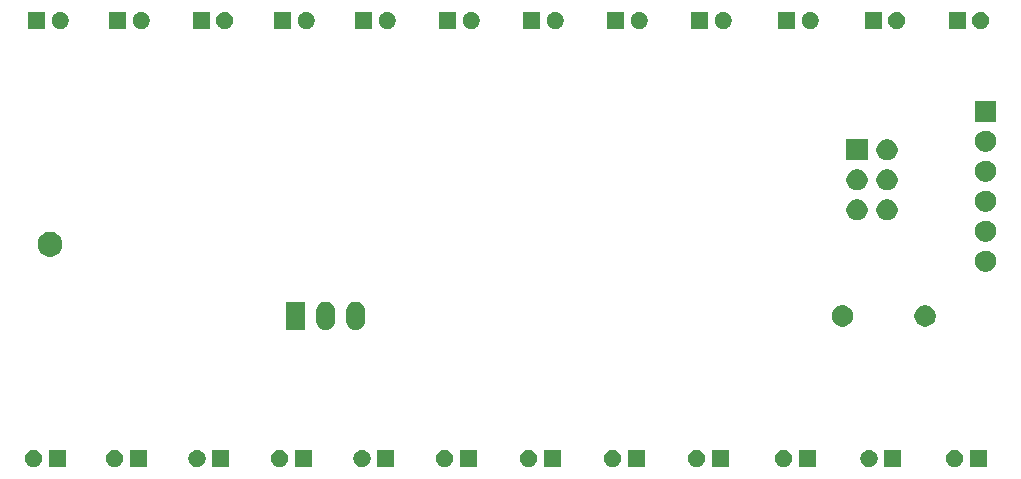
<source format=gbr>
G04 #@! TF.GenerationSoftware,KiCad,Pcbnew,5.1.5-52549c5~84~ubuntu18.04.1*
G04 #@! TF.CreationDate,2019-12-28T22:58:30-05:00*
G04 #@! TF.ProjectId,landfill_board_rev1,6c616e64-6669-46c6-9c5f-626f6172645f,rev?*
G04 #@! TF.SameCoordinates,Original*
G04 #@! TF.FileFunction,Soldermask,Bot*
G04 #@! TF.FilePolarity,Negative*
%FSLAX46Y46*%
G04 Gerber Fmt 4.6, Leading zero omitted, Abs format (unit mm)*
G04 Created by KiCad (PCBNEW 5.1.5-52549c5~84~ubuntu18.04.1) date 2019-12-28 22:58:30*
%MOMM*%
%LPD*%
G04 APERTURE LIST*
%ADD10C,0.100000*%
G04 APERTURE END LIST*
D10*
G36*
X157317366Y-105753299D02*
G01*
X157449488Y-105808026D01*
X157449490Y-105808027D01*
X157568398Y-105887479D01*
X157669521Y-105988602D01*
X157669522Y-105988604D01*
X157748974Y-106107512D01*
X157803701Y-106239634D01*
X157831600Y-106379894D01*
X157831600Y-106522906D01*
X157803701Y-106663166D01*
X157748974Y-106795288D01*
X157748973Y-106795290D01*
X157669521Y-106914198D01*
X157568398Y-107015321D01*
X157449490Y-107094773D01*
X157449489Y-107094774D01*
X157449488Y-107094774D01*
X157317366Y-107149501D01*
X157177106Y-107177400D01*
X157034094Y-107177400D01*
X156893834Y-107149501D01*
X156761712Y-107094774D01*
X156761711Y-107094774D01*
X156761710Y-107094773D01*
X156642802Y-107015321D01*
X156541679Y-106914198D01*
X156462227Y-106795290D01*
X156462226Y-106795288D01*
X156407499Y-106663166D01*
X156379600Y-106522906D01*
X156379600Y-106379894D01*
X156407499Y-106239634D01*
X156462226Y-106107512D01*
X156541678Y-105988604D01*
X156541679Y-105988602D01*
X156642802Y-105887479D01*
X156761710Y-105808027D01*
X156761712Y-105808026D01*
X156893834Y-105753299D01*
X157034094Y-105725400D01*
X157177106Y-105725400D01*
X157317366Y-105753299D01*
G37*
G36*
X152719600Y-107177400D02*
G01*
X151267600Y-107177400D01*
X151267600Y-105725400D01*
X152719600Y-105725400D01*
X152719600Y-107177400D01*
G37*
G36*
X188787600Y-107177400D02*
G01*
X187335600Y-107177400D01*
X187335600Y-105725400D01*
X188787600Y-105725400D01*
X188787600Y-107177400D01*
G37*
G36*
X179034366Y-105753299D02*
G01*
X179166488Y-105808026D01*
X179166490Y-105808027D01*
X179285398Y-105887479D01*
X179386521Y-105988602D01*
X179386522Y-105988604D01*
X179465974Y-106107512D01*
X179520701Y-106239634D01*
X179548600Y-106379894D01*
X179548600Y-106522906D01*
X179520701Y-106663166D01*
X179465974Y-106795288D01*
X179465973Y-106795290D01*
X179386521Y-106914198D01*
X179285398Y-107015321D01*
X179166490Y-107094773D01*
X179166489Y-107094774D01*
X179166488Y-107094774D01*
X179034366Y-107149501D01*
X178894106Y-107177400D01*
X178751094Y-107177400D01*
X178610834Y-107149501D01*
X178478712Y-107094774D01*
X178478711Y-107094774D01*
X178478710Y-107094773D01*
X178359802Y-107015321D01*
X178258679Y-106914198D01*
X178179227Y-106795290D01*
X178179226Y-106795288D01*
X178124499Y-106663166D01*
X178096600Y-106522906D01*
X178096600Y-106379894D01*
X178124499Y-106239634D01*
X178179226Y-106107512D01*
X178258678Y-105988604D01*
X178258679Y-105988602D01*
X178359802Y-105887479D01*
X178478710Y-105808027D01*
X178478712Y-105808026D01*
X178610834Y-105753299D01*
X178751094Y-105725400D01*
X178894106Y-105725400D01*
X179034366Y-105753299D01*
G37*
G36*
X181548600Y-107177400D02*
G01*
X180096600Y-107177400D01*
X180096600Y-105725400D01*
X181548600Y-105725400D01*
X181548600Y-107177400D01*
G37*
G36*
X171795366Y-105753299D02*
G01*
X171927488Y-105808026D01*
X171927490Y-105808027D01*
X172046398Y-105887479D01*
X172147521Y-105988602D01*
X172147522Y-105988604D01*
X172226974Y-106107512D01*
X172281701Y-106239634D01*
X172309600Y-106379894D01*
X172309600Y-106522906D01*
X172281701Y-106663166D01*
X172226974Y-106795288D01*
X172226973Y-106795290D01*
X172147521Y-106914198D01*
X172046398Y-107015321D01*
X171927490Y-107094773D01*
X171927489Y-107094774D01*
X171927488Y-107094774D01*
X171795366Y-107149501D01*
X171655106Y-107177400D01*
X171512094Y-107177400D01*
X171371834Y-107149501D01*
X171239712Y-107094774D01*
X171239711Y-107094774D01*
X171239710Y-107094773D01*
X171120802Y-107015321D01*
X171019679Y-106914198D01*
X170940227Y-106795290D01*
X170940226Y-106795288D01*
X170885499Y-106663166D01*
X170857600Y-106522906D01*
X170857600Y-106379894D01*
X170885499Y-106239634D01*
X170940226Y-106107512D01*
X171019678Y-105988604D01*
X171019679Y-105988602D01*
X171120802Y-105887479D01*
X171239710Y-105808027D01*
X171239712Y-105808026D01*
X171371834Y-105753299D01*
X171512094Y-105725400D01*
X171655106Y-105725400D01*
X171795366Y-105753299D01*
G37*
G36*
X174309600Y-107177400D02*
G01*
X172857600Y-107177400D01*
X172857600Y-105725400D01*
X174309600Y-105725400D01*
X174309600Y-107177400D01*
G37*
G36*
X164429366Y-105753299D02*
G01*
X164561488Y-105808026D01*
X164561490Y-105808027D01*
X164680398Y-105887479D01*
X164781521Y-105988602D01*
X164781522Y-105988604D01*
X164860974Y-106107512D01*
X164915701Y-106239634D01*
X164943600Y-106379894D01*
X164943600Y-106522906D01*
X164915701Y-106663166D01*
X164860974Y-106795288D01*
X164860973Y-106795290D01*
X164781521Y-106914198D01*
X164680398Y-107015321D01*
X164561490Y-107094773D01*
X164561489Y-107094774D01*
X164561488Y-107094774D01*
X164429366Y-107149501D01*
X164289106Y-107177400D01*
X164146094Y-107177400D01*
X164005834Y-107149501D01*
X163873712Y-107094774D01*
X163873711Y-107094774D01*
X163873710Y-107094773D01*
X163754802Y-107015321D01*
X163653679Y-106914198D01*
X163574227Y-106795290D01*
X163574226Y-106795288D01*
X163519499Y-106663166D01*
X163491600Y-106522906D01*
X163491600Y-106379894D01*
X163519499Y-106239634D01*
X163574226Y-106107512D01*
X163653678Y-105988604D01*
X163653679Y-105988602D01*
X163754802Y-105887479D01*
X163873710Y-105808027D01*
X163873712Y-105808026D01*
X164005834Y-105753299D01*
X164146094Y-105725400D01*
X164289106Y-105725400D01*
X164429366Y-105753299D01*
G37*
G36*
X166943600Y-107177400D02*
G01*
X165491600Y-107177400D01*
X165491600Y-105725400D01*
X166943600Y-105725400D01*
X166943600Y-107177400D01*
G37*
G36*
X159831600Y-107177400D02*
G01*
X158379600Y-107177400D01*
X158379600Y-105725400D01*
X159831600Y-105725400D01*
X159831600Y-107177400D01*
G37*
G36*
X150205366Y-105753299D02*
G01*
X150337488Y-105808026D01*
X150337490Y-105808027D01*
X150456398Y-105887479D01*
X150557521Y-105988602D01*
X150557522Y-105988604D01*
X150636974Y-106107512D01*
X150691701Y-106239634D01*
X150719600Y-106379894D01*
X150719600Y-106522906D01*
X150691701Y-106663166D01*
X150636974Y-106795288D01*
X150636973Y-106795290D01*
X150557521Y-106914198D01*
X150456398Y-107015321D01*
X150337490Y-107094773D01*
X150337489Y-107094774D01*
X150337488Y-107094774D01*
X150205366Y-107149501D01*
X150065106Y-107177400D01*
X149922094Y-107177400D01*
X149781834Y-107149501D01*
X149649712Y-107094774D01*
X149649711Y-107094774D01*
X149649710Y-107094773D01*
X149530802Y-107015321D01*
X149429679Y-106914198D01*
X149350227Y-106795290D01*
X149350226Y-106795288D01*
X149295499Y-106663166D01*
X149267600Y-106522906D01*
X149267600Y-106379894D01*
X149295499Y-106239634D01*
X149350226Y-106107512D01*
X149429678Y-105988604D01*
X149429679Y-105988602D01*
X149530802Y-105887479D01*
X149649710Y-105808027D01*
X149649712Y-105808026D01*
X149781834Y-105753299D01*
X149922094Y-105725400D01*
X150065106Y-105725400D01*
X150205366Y-105753299D01*
G37*
G36*
X186273366Y-105753299D02*
G01*
X186405488Y-105808026D01*
X186405490Y-105808027D01*
X186524398Y-105887479D01*
X186625521Y-105988602D01*
X186625522Y-105988604D01*
X186704974Y-106107512D01*
X186759701Y-106239634D01*
X186787600Y-106379894D01*
X186787600Y-106522906D01*
X186759701Y-106663166D01*
X186704974Y-106795288D01*
X186704973Y-106795290D01*
X186625521Y-106914198D01*
X186524398Y-107015321D01*
X186405490Y-107094773D01*
X186405489Y-107094774D01*
X186405488Y-107094774D01*
X186273366Y-107149501D01*
X186133106Y-107177400D01*
X185990094Y-107177400D01*
X185849834Y-107149501D01*
X185717712Y-107094774D01*
X185717711Y-107094774D01*
X185717710Y-107094773D01*
X185598802Y-107015321D01*
X185497679Y-106914198D01*
X185418227Y-106795290D01*
X185418226Y-106795288D01*
X185363499Y-106663166D01*
X185335600Y-106522906D01*
X185335600Y-106379894D01*
X185363499Y-106239634D01*
X185418226Y-106107512D01*
X185497678Y-105988604D01*
X185497679Y-105988602D01*
X185598802Y-105887479D01*
X185717710Y-105808027D01*
X185717712Y-105808026D01*
X185849834Y-105753299D01*
X185990094Y-105725400D01*
X186133106Y-105725400D01*
X186273366Y-105753299D01*
G37*
G36*
X117667600Y-107177400D02*
G01*
X116215600Y-107177400D01*
X116215600Y-105725400D01*
X117667600Y-105725400D01*
X117667600Y-107177400D01*
G37*
G36*
X110809600Y-107177400D02*
G01*
X109357600Y-107177400D01*
X109357600Y-105725400D01*
X110809600Y-105725400D01*
X110809600Y-107177400D01*
G37*
G36*
X108295366Y-105753299D02*
G01*
X108427488Y-105808026D01*
X108427490Y-105808027D01*
X108546398Y-105887479D01*
X108647521Y-105988602D01*
X108647522Y-105988604D01*
X108726974Y-106107512D01*
X108781701Y-106239634D01*
X108809600Y-106379894D01*
X108809600Y-106522906D01*
X108781701Y-106663166D01*
X108726974Y-106795288D01*
X108726973Y-106795290D01*
X108647521Y-106914198D01*
X108546398Y-107015321D01*
X108427490Y-107094773D01*
X108427489Y-107094774D01*
X108427488Y-107094774D01*
X108295366Y-107149501D01*
X108155106Y-107177400D01*
X108012094Y-107177400D01*
X107871834Y-107149501D01*
X107739712Y-107094774D01*
X107739711Y-107094774D01*
X107739710Y-107094773D01*
X107620802Y-107015321D01*
X107519679Y-106914198D01*
X107440227Y-106795290D01*
X107440226Y-106795288D01*
X107385499Y-106663166D01*
X107357600Y-106522906D01*
X107357600Y-106379894D01*
X107385499Y-106239634D01*
X107440226Y-106107512D01*
X107519678Y-105988604D01*
X107519679Y-105988602D01*
X107620802Y-105887479D01*
X107739710Y-105808027D01*
X107739712Y-105808026D01*
X107871834Y-105753299D01*
X108012094Y-105725400D01*
X108155106Y-105725400D01*
X108295366Y-105753299D01*
G37*
G36*
X143093366Y-105753299D02*
G01*
X143225488Y-105808026D01*
X143225490Y-105808027D01*
X143344398Y-105887479D01*
X143445521Y-105988602D01*
X143445522Y-105988604D01*
X143524974Y-106107512D01*
X143579701Y-106239634D01*
X143607600Y-106379894D01*
X143607600Y-106522906D01*
X143579701Y-106663166D01*
X143524974Y-106795288D01*
X143524973Y-106795290D01*
X143445521Y-106914198D01*
X143344398Y-107015321D01*
X143225490Y-107094773D01*
X143225489Y-107094774D01*
X143225488Y-107094774D01*
X143093366Y-107149501D01*
X142953106Y-107177400D01*
X142810094Y-107177400D01*
X142669834Y-107149501D01*
X142537712Y-107094774D01*
X142537711Y-107094774D01*
X142537710Y-107094773D01*
X142418802Y-107015321D01*
X142317679Y-106914198D01*
X142238227Y-106795290D01*
X142238226Y-106795288D01*
X142183499Y-106663166D01*
X142155600Y-106522906D01*
X142155600Y-106379894D01*
X142183499Y-106239634D01*
X142238226Y-106107512D01*
X142317678Y-105988604D01*
X142317679Y-105988602D01*
X142418802Y-105887479D01*
X142537710Y-105808027D01*
X142537712Y-105808026D01*
X142669834Y-105753299D01*
X142810094Y-105725400D01*
X142953106Y-105725400D01*
X143093366Y-105753299D01*
G37*
G36*
X115153366Y-105753299D02*
G01*
X115285488Y-105808026D01*
X115285490Y-105808027D01*
X115404398Y-105887479D01*
X115505521Y-105988602D01*
X115505522Y-105988604D01*
X115584974Y-106107512D01*
X115639701Y-106239634D01*
X115667600Y-106379894D01*
X115667600Y-106522906D01*
X115639701Y-106663166D01*
X115584974Y-106795288D01*
X115584973Y-106795290D01*
X115505521Y-106914198D01*
X115404398Y-107015321D01*
X115285490Y-107094773D01*
X115285489Y-107094774D01*
X115285488Y-107094774D01*
X115153366Y-107149501D01*
X115013106Y-107177400D01*
X114870094Y-107177400D01*
X114729834Y-107149501D01*
X114597712Y-107094774D01*
X114597711Y-107094774D01*
X114597710Y-107094773D01*
X114478802Y-107015321D01*
X114377679Y-106914198D01*
X114298227Y-106795290D01*
X114298226Y-106795288D01*
X114243499Y-106663166D01*
X114215600Y-106522906D01*
X114215600Y-106379894D01*
X114243499Y-106239634D01*
X114298226Y-106107512D01*
X114377678Y-105988604D01*
X114377679Y-105988602D01*
X114478802Y-105887479D01*
X114597710Y-105808027D01*
X114597712Y-105808026D01*
X114729834Y-105753299D01*
X114870094Y-105725400D01*
X115013106Y-105725400D01*
X115153366Y-105753299D01*
G37*
G36*
X124652600Y-107177400D02*
G01*
X123200600Y-107177400D01*
X123200600Y-105725400D01*
X124652600Y-105725400D01*
X124652600Y-107177400D01*
G37*
G36*
X122138366Y-105753299D02*
G01*
X122270488Y-105808026D01*
X122270490Y-105808027D01*
X122389398Y-105887479D01*
X122490521Y-105988602D01*
X122490522Y-105988604D01*
X122569974Y-106107512D01*
X122624701Y-106239634D01*
X122652600Y-106379894D01*
X122652600Y-106522906D01*
X122624701Y-106663166D01*
X122569974Y-106795288D01*
X122569973Y-106795290D01*
X122490521Y-106914198D01*
X122389398Y-107015321D01*
X122270490Y-107094773D01*
X122270489Y-107094774D01*
X122270488Y-107094774D01*
X122138366Y-107149501D01*
X121998106Y-107177400D01*
X121855094Y-107177400D01*
X121714834Y-107149501D01*
X121582712Y-107094774D01*
X121582711Y-107094774D01*
X121582710Y-107094773D01*
X121463802Y-107015321D01*
X121362679Y-106914198D01*
X121283227Y-106795290D01*
X121283226Y-106795288D01*
X121228499Y-106663166D01*
X121200600Y-106522906D01*
X121200600Y-106379894D01*
X121228499Y-106239634D01*
X121283226Y-106107512D01*
X121362678Y-105988604D01*
X121362679Y-105988602D01*
X121463802Y-105887479D01*
X121582710Y-105808027D01*
X121582712Y-105808026D01*
X121714834Y-105753299D01*
X121855094Y-105725400D01*
X121998106Y-105725400D01*
X122138366Y-105753299D01*
G37*
G36*
X131637600Y-107177400D02*
G01*
X130185600Y-107177400D01*
X130185600Y-105725400D01*
X131637600Y-105725400D01*
X131637600Y-107177400D01*
G37*
G36*
X129123366Y-105753299D02*
G01*
X129255488Y-105808026D01*
X129255490Y-105808027D01*
X129374398Y-105887479D01*
X129475521Y-105988602D01*
X129475522Y-105988604D01*
X129554974Y-106107512D01*
X129609701Y-106239634D01*
X129637600Y-106379894D01*
X129637600Y-106522906D01*
X129609701Y-106663166D01*
X129554974Y-106795288D01*
X129554973Y-106795290D01*
X129475521Y-106914198D01*
X129374398Y-107015321D01*
X129255490Y-107094773D01*
X129255489Y-107094774D01*
X129255488Y-107094774D01*
X129123366Y-107149501D01*
X128983106Y-107177400D01*
X128840094Y-107177400D01*
X128699834Y-107149501D01*
X128567712Y-107094774D01*
X128567711Y-107094774D01*
X128567710Y-107094773D01*
X128448802Y-107015321D01*
X128347679Y-106914198D01*
X128268227Y-106795290D01*
X128268226Y-106795288D01*
X128213499Y-106663166D01*
X128185600Y-106522906D01*
X128185600Y-106379894D01*
X128213499Y-106239634D01*
X128268226Y-106107512D01*
X128347678Y-105988604D01*
X128347679Y-105988602D01*
X128448802Y-105887479D01*
X128567710Y-105808027D01*
X128567712Y-105808026D01*
X128699834Y-105753299D01*
X128840094Y-105725400D01*
X128983106Y-105725400D01*
X129123366Y-105753299D01*
G37*
G36*
X138622600Y-107177400D02*
G01*
X137170600Y-107177400D01*
X137170600Y-105725400D01*
X138622600Y-105725400D01*
X138622600Y-107177400D01*
G37*
G36*
X136108366Y-105753299D02*
G01*
X136240488Y-105808026D01*
X136240490Y-105808027D01*
X136359398Y-105887479D01*
X136460521Y-105988602D01*
X136460522Y-105988604D01*
X136539974Y-106107512D01*
X136594701Y-106239634D01*
X136622600Y-106379894D01*
X136622600Y-106522906D01*
X136594701Y-106663166D01*
X136539974Y-106795288D01*
X136539973Y-106795290D01*
X136460521Y-106914198D01*
X136359398Y-107015321D01*
X136240490Y-107094773D01*
X136240489Y-107094774D01*
X136240488Y-107094774D01*
X136108366Y-107149501D01*
X135968106Y-107177400D01*
X135825094Y-107177400D01*
X135684834Y-107149501D01*
X135552712Y-107094774D01*
X135552711Y-107094774D01*
X135552710Y-107094773D01*
X135433802Y-107015321D01*
X135332679Y-106914198D01*
X135253227Y-106795290D01*
X135253226Y-106795288D01*
X135198499Y-106663166D01*
X135170600Y-106522906D01*
X135170600Y-106379894D01*
X135198499Y-106239634D01*
X135253226Y-106107512D01*
X135332678Y-105988604D01*
X135332679Y-105988602D01*
X135433802Y-105887479D01*
X135552710Y-105808027D01*
X135552712Y-105808026D01*
X135684834Y-105753299D01*
X135825094Y-105725400D01*
X135968106Y-105725400D01*
X136108366Y-105753299D01*
G37*
G36*
X145607600Y-107177400D02*
G01*
X144155600Y-107177400D01*
X144155600Y-105725400D01*
X145607600Y-105725400D01*
X145607600Y-107177400D01*
G37*
G36*
X132973622Y-93196990D02*
G01*
X133074281Y-93227525D01*
X133124612Y-93242792D01*
X133263764Y-93317171D01*
X133385733Y-93417267D01*
X133441648Y-93485400D01*
X133485829Y-93539235D01*
X133560208Y-93678387D01*
X133575475Y-93728718D01*
X133606010Y-93829377D01*
X133617600Y-93947055D01*
X133617600Y-94825745D01*
X133606010Y-94943423D01*
X133575475Y-95044082D01*
X133560208Y-95094413D01*
X133485829Y-95233565D01*
X133385733Y-95355533D01*
X133263765Y-95455629D01*
X133124613Y-95530008D01*
X133074282Y-95545275D01*
X132973623Y-95575810D01*
X132816600Y-95591275D01*
X132659578Y-95575810D01*
X132558919Y-95545275D01*
X132508588Y-95530008D01*
X132369436Y-95455629D01*
X132247468Y-95355533D01*
X132147372Y-95233565D01*
X132072993Y-95094413D01*
X132057726Y-95044082D01*
X132027191Y-94943423D01*
X132015600Y-94825745D01*
X132015600Y-93947056D01*
X132027190Y-93829378D01*
X132072992Y-93678389D01*
X132072992Y-93678388D01*
X132147371Y-93539236D01*
X132163138Y-93520024D01*
X132247467Y-93417267D01*
X132369435Y-93317171D01*
X132508587Y-93242792D01*
X132558918Y-93227525D01*
X132659577Y-93196990D01*
X132816600Y-93181525D01*
X132973622Y-93196990D01*
G37*
G36*
X135513622Y-93196990D02*
G01*
X135614281Y-93227525D01*
X135664612Y-93242792D01*
X135803764Y-93317171D01*
X135925733Y-93417267D01*
X135981648Y-93485400D01*
X136025829Y-93539235D01*
X136100208Y-93678387D01*
X136115475Y-93728718D01*
X136146010Y-93829377D01*
X136157600Y-93947055D01*
X136157600Y-94825745D01*
X136146010Y-94943423D01*
X136115475Y-95044082D01*
X136100208Y-95094413D01*
X136025829Y-95233565D01*
X135925733Y-95355533D01*
X135803765Y-95455629D01*
X135664613Y-95530008D01*
X135614282Y-95545275D01*
X135513623Y-95575810D01*
X135356600Y-95591275D01*
X135199578Y-95575810D01*
X135098919Y-95545275D01*
X135048588Y-95530008D01*
X134909436Y-95455629D01*
X134787468Y-95355533D01*
X134687372Y-95233565D01*
X134612993Y-95094413D01*
X134597726Y-95044082D01*
X134567191Y-94943423D01*
X134555600Y-94825745D01*
X134555600Y-93947056D01*
X134567190Y-93829378D01*
X134612992Y-93678389D01*
X134612992Y-93678388D01*
X134687371Y-93539236D01*
X134703138Y-93520024D01*
X134787467Y-93417267D01*
X134909435Y-93317171D01*
X135048587Y-93242792D01*
X135098918Y-93227525D01*
X135199577Y-93196990D01*
X135356600Y-93181525D01*
X135513622Y-93196990D01*
G37*
G36*
X131077600Y-95587400D02*
G01*
X129475600Y-95587400D01*
X129475600Y-93185400D01*
X131077600Y-93185400D01*
X131077600Y-95587400D01*
G37*
G36*
X183690112Y-93490327D02*
G01*
X183839412Y-93520024D01*
X184003384Y-93587944D01*
X184150954Y-93686547D01*
X184276453Y-93812046D01*
X184375056Y-93959616D01*
X184442976Y-94123588D01*
X184477600Y-94297659D01*
X184477600Y-94475141D01*
X184442976Y-94649212D01*
X184375056Y-94813184D01*
X184276453Y-94960754D01*
X184150954Y-95086253D01*
X184003384Y-95184856D01*
X183839412Y-95252776D01*
X183690112Y-95282473D01*
X183665342Y-95287400D01*
X183487858Y-95287400D01*
X183463088Y-95282473D01*
X183313788Y-95252776D01*
X183149816Y-95184856D01*
X183002246Y-95086253D01*
X182876747Y-94960754D01*
X182778144Y-94813184D01*
X182710224Y-94649212D01*
X182675600Y-94475141D01*
X182675600Y-94297659D01*
X182710224Y-94123588D01*
X182778144Y-93959616D01*
X182876747Y-93812046D01*
X183002246Y-93686547D01*
X183149816Y-93587944D01*
X183313788Y-93520024D01*
X183463088Y-93490327D01*
X183487858Y-93485400D01*
X183665342Y-93485400D01*
X183690112Y-93490327D01*
G37*
G36*
X176690112Y-93490327D02*
G01*
X176839412Y-93520024D01*
X177003384Y-93587944D01*
X177150954Y-93686547D01*
X177276453Y-93812046D01*
X177375056Y-93959616D01*
X177442976Y-94123588D01*
X177477600Y-94297659D01*
X177477600Y-94475141D01*
X177442976Y-94649212D01*
X177375056Y-94813184D01*
X177276453Y-94960754D01*
X177150954Y-95086253D01*
X177003384Y-95184856D01*
X176839412Y-95252776D01*
X176690112Y-95282473D01*
X176665342Y-95287400D01*
X176487858Y-95287400D01*
X176463088Y-95282473D01*
X176313788Y-95252776D01*
X176149816Y-95184856D01*
X176002246Y-95086253D01*
X175876747Y-94960754D01*
X175778144Y-94813184D01*
X175710224Y-94649212D01*
X175675600Y-94475141D01*
X175675600Y-94297659D01*
X175710224Y-94123588D01*
X175778144Y-93959616D01*
X175876747Y-93812046D01*
X176002246Y-93686547D01*
X176149816Y-93587944D01*
X176313788Y-93520024D01*
X176463088Y-93490327D01*
X176487858Y-93485400D01*
X176665342Y-93485400D01*
X176690112Y-93490327D01*
G37*
G36*
X188810112Y-88855327D02*
G01*
X188959412Y-88885024D01*
X189123384Y-88952944D01*
X189270954Y-89051547D01*
X189396453Y-89177046D01*
X189495056Y-89324616D01*
X189562976Y-89488588D01*
X189597600Y-89662659D01*
X189597600Y-89840141D01*
X189562976Y-90014212D01*
X189495056Y-90178184D01*
X189396453Y-90325754D01*
X189270954Y-90451253D01*
X189123384Y-90549856D01*
X188959412Y-90617776D01*
X188810112Y-90647473D01*
X188785342Y-90652400D01*
X188607858Y-90652400D01*
X188583088Y-90647473D01*
X188433788Y-90617776D01*
X188269816Y-90549856D01*
X188122246Y-90451253D01*
X187996747Y-90325754D01*
X187898144Y-90178184D01*
X187830224Y-90014212D01*
X187795600Y-89840141D01*
X187795600Y-89662659D01*
X187830224Y-89488588D01*
X187898144Y-89324616D01*
X187996747Y-89177046D01*
X188122246Y-89051547D01*
X188269816Y-88952944D01*
X188433788Y-88885024D01*
X188583088Y-88855327D01*
X188607858Y-88850400D01*
X188785342Y-88850400D01*
X188810112Y-88855327D01*
G37*
G36*
X109790964Y-87305189D02*
G01*
X109982233Y-87384415D01*
X109982235Y-87384416D01*
X110154373Y-87499435D01*
X110300765Y-87645827D01*
X110394261Y-87785753D01*
X110415785Y-87817967D01*
X110495011Y-88009236D01*
X110535400Y-88212284D01*
X110535400Y-88419316D01*
X110495011Y-88622364D01*
X110415785Y-88813633D01*
X110415784Y-88813635D01*
X110300765Y-88985773D01*
X110154373Y-89132165D01*
X109982235Y-89247184D01*
X109982234Y-89247185D01*
X109982233Y-89247185D01*
X109790964Y-89326411D01*
X109587916Y-89366800D01*
X109380884Y-89366800D01*
X109177836Y-89326411D01*
X108986567Y-89247185D01*
X108986566Y-89247185D01*
X108986565Y-89247184D01*
X108814427Y-89132165D01*
X108668035Y-88985773D01*
X108553016Y-88813635D01*
X108553015Y-88813633D01*
X108473789Y-88622364D01*
X108433400Y-88419316D01*
X108433400Y-88212284D01*
X108473789Y-88009236D01*
X108553015Y-87817967D01*
X108574540Y-87785753D01*
X108668035Y-87645827D01*
X108814427Y-87499435D01*
X108986565Y-87384416D01*
X108986567Y-87384415D01*
X109177836Y-87305189D01*
X109380884Y-87264800D01*
X109587916Y-87264800D01*
X109790964Y-87305189D01*
G37*
G36*
X188810112Y-86315327D02*
G01*
X188959412Y-86345024D01*
X189123384Y-86412944D01*
X189270954Y-86511547D01*
X189396453Y-86637046D01*
X189495056Y-86784616D01*
X189562976Y-86948588D01*
X189597600Y-87122659D01*
X189597600Y-87300141D01*
X189562976Y-87474212D01*
X189495056Y-87638184D01*
X189396453Y-87785754D01*
X189270954Y-87911253D01*
X189123384Y-88009856D01*
X188959412Y-88077776D01*
X188810112Y-88107473D01*
X188785342Y-88112400D01*
X188607858Y-88112400D01*
X188583088Y-88107473D01*
X188433788Y-88077776D01*
X188269816Y-88009856D01*
X188122246Y-87911253D01*
X187996747Y-87785754D01*
X187898144Y-87638184D01*
X187830224Y-87474212D01*
X187795600Y-87300141D01*
X187795600Y-87122659D01*
X187830224Y-86948588D01*
X187898144Y-86784616D01*
X187996747Y-86637046D01*
X188122246Y-86511547D01*
X188269816Y-86412944D01*
X188433788Y-86345024D01*
X188583088Y-86315327D01*
X188607858Y-86310400D01*
X188785342Y-86310400D01*
X188810112Y-86315327D01*
G37*
G36*
X177920112Y-84505327D02*
G01*
X178069412Y-84535024D01*
X178233384Y-84602944D01*
X178380954Y-84701547D01*
X178506453Y-84827046D01*
X178605056Y-84974616D01*
X178672976Y-85138588D01*
X178707600Y-85312659D01*
X178707600Y-85490141D01*
X178672976Y-85664212D01*
X178605056Y-85828184D01*
X178506453Y-85975754D01*
X178380954Y-86101253D01*
X178233384Y-86199856D01*
X178069412Y-86267776D01*
X177920112Y-86297473D01*
X177895342Y-86302400D01*
X177717858Y-86302400D01*
X177693088Y-86297473D01*
X177543788Y-86267776D01*
X177379816Y-86199856D01*
X177232246Y-86101253D01*
X177106747Y-85975754D01*
X177008144Y-85828184D01*
X176940224Y-85664212D01*
X176905600Y-85490141D01*
X176905600Y-85312659D01*
X176940224Y-85138588D01*
X177008144Y-84974616D01*
X177106747Y-84827046D01*
X177232246Y-84701547D01*
X177379816Y-84602944D01*
X177543788Y-84535024D01*
X177693088Y-84505327D01*
X177717858Y-84500400D01*
X177895342Y-84500400D01*
X177920112Y-84505327D01*
G37*
G36*
X180460112Y-84505327D02*
G01*
X180609412Y-84535024D01*
X180773384Y-84602944D01*
X180920954Y-84701547D01*
X181046453Y-84827046D01*
X181145056Y-84974616D01*
X181212976Y-85138588D01*
X181247600Y-85312659D01*
X181247600Y-85490141D01*
X181212976Y-85664212D01*
X181145056Y-85828184D01*
X181046453Y-85975754D01*
X180920954Y-86101253D01*
X180773384Y-86199856D01*
X180609412Y-86267776D01*
X180460112Y-86297473D01*
X180435342Y-86302400D01*
X180257858Y-86302400D01*
X180233088Y-86297473D01*
X180083788Y-86267776D01*
X179919816Y-86199856D01*
X179772246Y-86101253D01*
X179646747Y-85975754D01*
X179548144Y-85828184D01*
X179480224Y-85664212D01*
X179445600Y-85490141D01*
X179445600Y-85312659D01*
X179480224Y-85138588D01*
X179548144Y-84974616D01*
X179646747Y-84827046D01*
X179772246Y-84701547D01*
X179919816Y-84602944D01*
X180083788Y-84535024D01*
X180233088Y-84505327D01*
X180257858Y-84500400D01*
X180435342Y-84500400D01*
X180460112Y-84505327D01*
G37*
G36*
X188810112Y-83775327D02*
G01*
X188959412Y-83805024D01*
X189123384Y-83872944D01*
X189270954Y-83971547D01*
X189396453Y-84097046D01*
X189495056Y-84244616D01*
X189562976Y-84408588D01*
X189597600Y-84582659D01*
X189597600Y-84760141D01*
X189562976Y-84934212D01*
X189495056Y-85098184D01*
X189396453Y-85245754D01*
X189270954Y-85371253D01*
X189123384Y-85469856D01*
X188959412Y-85537776D01*
X188810112Y-85567473D01*
X188785342Y-85572400D01*
X188607858Y-85572400D01*
X188583088Y-85567473D01*
X188433788Y-85537776D01*
X188269816Y-85469856D01*
X188122246Y-85371253D01*
X187996747Y-85245754D01*
X187898144Y-85098184D01*
X187830224Y-84934212D01*
X187795600Y-84760141D01*
X187795600Y-84582659D01*
X187830224Y-84408588D01*
X187898144Y-84244616D01*
X187996747Y-84097046D01*
X188122246Y-83971547D01*
X188269816Y-83872944D01*
X188433788Y-83805024D01*
X188583088Y-83775327D01*
X188607858Y-83770400D01*
X188785342Y-83770400D01*
X188810112Y-83775327D01*
G37*
G36*
X177920112Y-81965327D02*
G01*
X178069412Y-81995024D01*
X178233384Y-82062944D01*
X178380954Y-82161547D01*
X178506453Y-82287046D01*
X178605056Y-82434616D01*
X178672976Y-82598588D01*
X178707600Y-82772659D01*
X178707600Y-82950141D01*
X178672976Y-83124212D01*
X178605056Y-83288184D01*
X178506453Y-83435754D01*
X178380954Y-83561253D01*
X178233384Y-83659856D01*
X178069412Y-83727776D01*
X177920112Y-83757473D01*
X177895342Y-83762400D01*
X177717858Y-83762400D01*
X177693088Y-83757473D01*
X177543788Y-83727776D01*
X177379816Y-83659856D01*
X177232246Y-83561253D01*
X177106747Y-83435754D01*
X177008144Y-83288184D01*
X176940224Y-83124212D01*
X176905600Y-82950141D01*
X176905600Y-82772659D01*
X176940224Y-82598588D01*
X177008144Y-82434616D01*
X177106747Y-82287046D01*
X177232246Y-82161547D01*
X177379816Y-82062944D01*
X177543788Y-81995024D01*
X177693088Y-81965327D01*
X177717858Y-81960400D01*
X177895342Y-81960400D01*
X177920112Y-81965327D01*
G37*
G36*
X180460112Y-81965327D02*
G01*
X180609412Y-81995024D01*
X180773384Y-82062944D01*
X180920954Y-82161547D01*
X181046453Y-82287046D01*
X181145056Y-82434616D01*
X181212976Y-82598588D01*
X181247600Y-82772659D01*
X181247600Y-82950141D01*
X181212976Y-83124212D01*
X181145056Y-83288184D01*
X181046453Y-83435754D01*
X180920954Y-83561253D01*
X180773384Y-83659856D01*
X180609412Y-83727776D01*
X180460112Y-83757473D01*
X180435342Y-83762400D01*
X180257858Y-83762400D01*
X180233088Y-83757473D01*
X180083788Y-83727776D01*
X179919816Y-83659856D01*
X179772246Y-83561253D01*
X179646747Y-83435754D01*
X179548144Y-83288184D01*
X179480224Y-83124212D01*
X179445600Y-82950141D01*
X179445600Y-82772659D01*
X179480224Y-82598588D01*
X179548144Y-82434616D01*
X179646747Y-82287046D01*
X179772246Y-82161547D01*
X179919816Y-82062944D01*
X180083788Y-81995024D01*
X180233088Y-81965327D01*
X180257858Y-81960400D01*
X180435342Y-81960400D01*
X180460112Y-81965327D01*
G37*
G36*
X188810112Y-81235327D02*
G01*
X188959412Y-81265024D01*
X189123384Y-81332944D01*
X189270954Y-81431547D01*
X189396453Y-81557046D01*
X189495056Y-81704616D01*
X189562976Y-81868588D01*
X189597600Y-82042659D01*
X189597600Y-82220141D01*
X189562976Y-82394212D01*
X189495056Y-82558184D01*
X189396453Y-82705754D01*
X189270954Y-82831253D01*
X189123384Y-82929856D01*
X188959412Y-82997776D01*
X188810112Y-83027473D01*
X188785342Y-83032400D01*
X188607858Y-83032400D01*
X188583088Y-83027473D01*
X188433788Y-82997776D01*
X188269816Y-82929856D01*
X188122246Y-82831253D01*
X187996747Y-82705754D01*
X187898144Y-82558184D01*
X187830224Y-82394212D01*
X187795600Y-82220141D01*
X187795600Y-82042659D01*
X187830224Y-81868588D01*
X187898144Y-81704616D01*
X187996747Y-81557046D01*
X188122246Y-81431547D01*
X188269816Y-81332944D01*
X188433788Y-81265024D01*
X188583088Y-81235327D01*
X188607858Y-81230400D01*
X188785342Y-81230400D01*
X188810112Y-81235327D01*
G37*
G36*
X178707600Y-81222400D02*
G01*
X176905600Y-81222400D01*
X176905600Y-79420400D01*
X178707600Y-79420400D01*
X178707600Y-81222400D01*
G37*
G36*
X180460112Y-79425327D02*
G01*
X180609412Y-79455024D01*
X180773384Y-79522944D01*
X180920954Y-79621547D01*
X181046453Y-79747046D01*
X181145056Y-79894616D01*
X181212976Y-80058588D01*
X181247600Y-80232659D01*
X181247600Y-80410141D01*
X181212976Y-80584212D01*
X181145056Y-80748184D01*
X181046453Y-80895754D01*
X180920954Y-81021253D01*
X180773384Y-81119856D01*
X180609412Y-81187776D01*
X180460112Y-81217473D01*
X180435342Y-81222400D01*
X180257858Y-81222400D01*
X180233088Y-81217473D01*
X180083788Y-81187776D01*
X179919816Y-81119856D01*
X179772246Y-81021253D01*
X179646747Y-80895754D01*
X179548144Y-80748184D01*
X179480224Y-80584212D01*
X179445600Y-80410141D01*
X179445600Y-80232659D01*
X179480224Y-80058588D01*
X179548144Y-79894616D01*
X179646747Y-79747046D01*
X179772246Y-79621547D01*
X179919816Y-79522944D01*
X180083788Y-79455024D01*
X180233088Y-79425327D01*
X180257858Y-79420400D01*
X180435342Y-79420400D01*
X180460112Y-79425327D01*
G37*
G36*
X188810112Y-78695327D02*
G01*
X188959412Y-78725024D01*
X189123384Y-78792944D01*
X189270954Y-78891547D01*
X189396453Y-79017046D01*
X189495056Y-79164616D01*
X189562976Y-79328588D01*
X189597600Y-79502659D01*
X189597600Y-79680141D01*
X189562976Y-79854212D01*
X189495056Y-80018184D01*
X189396453Y-80165754D01*
X189270954Y-80291253D01*
X189123384Y-80389856D01*
X188959412Y-80457776D01*
X188810112Y-80487473D01*
X188785342Y-80492400D01*
X188607858Y-80492400D01*
X188583088Y-80487473D01*
X188433788Y-80457776D01*
X188269816Y-80389856D01*
X188122246Y-80291253D01*
X187996747Y-80165754D01*
X187898144Y-80018184D01*
X187830224Y-79854212D01*
X187795600Y-79680141D01*
X187795600Y-79502659D01*
X187830224Y-79328588D01*
X187898144Y-79164616D01*
X187996747Y-79017046D01*
X188122246Y-78891547D01*
X188269816Y-78792944D01*
X188433788Y-78725024D01*
X188583088Y-78695327D01*
X188607858Y-78690400D01*
X188785342Y-78690400D01*
X188810112Y-78695327D01*
G37*
G36*
X189597600Y-77952400D02*
G01*
X187795600Y-77952400D01*
X187795600Y-76150400D01*
X189597600Y-76150400D01*
X189597600Y-77952400D01*
G37*
G36*
X150973600Y-70093400D02*
G01*
X149521600Y-70093400D01*
X149521600Y-68641400D01*
X150973600Y-68641400D01*
X150973600Y-70093400D01*
G37*
G36*
X123001600Y-70093400D02*
G01*
X121549600Y-70093400D01*
X121549600Y-68641400D01*
X123001600Y-68641400D01*
X123001600Y-70093400D01*
G37*
G36*
X124487366Y-68669299D02*
G01*
X124619488Y-68724026D01*
X124619490Y-68724027D01*
X124738398Y-68803479D01*
X124839521Y-68904602D01*
X124839522Y-68904604D01*
X124918974Y-69023512D01*
X124973701Y-69155634D01*
X125001600Y-69295894D01*
X125001600Y-69438906D01*
X124973701Y-69579166D01*
X124918974Y-69711288D01*
X124918973Y-69711290D01*
X124839521Y-69830198D01*
X124738398Y-69931321D01*
X124619490Y-70010773D01*
X124619489Y-70010774D01*
X124619488Y-70010774D01*
X124487366Y-70065501D01*
X124347106Y-70093400D01*
X124204094Y-70093400D01*
X124063834Y-70065501D01*
X123931712Y-70010774D01*
X123931711Y-70010774D01*
X123931710Y-70010773D01*
X123812802Y-69931321D01*
X123711679Y-69830198D01*
X123632227Y-69711290D01*
X123632226Y-69711288D01*
X123577499Y-69579166D01*
X123549600Y-69438906D01*
X123549600Y-69295894D01*
X123577499Y-69155634D01*
X123632226Y-69023512D01*
X123711678Y-68904604D01*
X123711679Y-68904602D01*
X123812802Y-68803479D01*
X123931710Y-68724027D01*
X123931712Y-68724026D01*
X124063834Y-68669299D01*
X124204094Y-68641400D01*
X124347106Y-68641400D01*
X124487366Y-68669299D01*
G37*
G36*
X109063600Y-70093400D02*
G01*
X107611600Y-70093400D01*
X107611600Y-68641400D01*
X109063600Y-68641400D01*
X109063600Y-70093400D01*
G37*
G36*
X110549366Y-68669299D02*
G01*
X110681488Y-68724026D01*
X110681490Y-68724027D01*
X110800398Y-68803479D01*
X110901521Y-68904602D01*
X110901522Y-68904604D01*
X110980974Y-69023512D01*
X111035701Y-69155634D01*
X111063600Y-69295894D01*
X111063600Y-69438906D01*
X111035701Y-69579166D01*
X110980974Y-69711288D01*
X110980973Y-69711290D01*
X110901521Y-69830198D01*
X110800398Y-69931321D01*
X110681490Y-70010773D01*
X110681489Y-70010774D01*
X110681488Y-70010774D01*
X110549366Y-70065501D01*
X110409106Y-70093400D01*
X110266094Y-70093400D01*
X110125834Y-70065501D01*
X109993712Y-70010774D01*
X109993711Y-70010774D01*
X109993710Y-70010773D01*
X109874802Y-69931321D01*
X109773679Y-69830198D01*
X109694227Y-69711290D01*
X109694226Y-69711288D01*
X109639499Y-69579166D01*
X109611600Y-69438906D01*
X109611600Y-69295894D01*
X109639499Y-69155634D01*
X109694226Y-69023512D01*
X109773678Y-68904604D01*
X109773679Y-68904602D01*
X109874802Y-68803479D01*
X109993710Y-68724027D01*
X109993712Y-68724026D01*
X110125834Y-68669299D01*
X110266094Y-68641400D01*
X110409106Y-68641400D01*
X110549366Y-68669299D01*
G37*
G36*
X115921600Y-70093400D02*
G01*
X114469600Y-70093400D01*
X114469600Y-68641400D01*
X115921600Y-68641400D01*
X115921600Y-70093400D01*
G37*
G36*
X117407366Y-68669299D02*
G01*
X117539488Y-68724026D01*
X117539490Y-68724027D01*
X117658398Y-68803479D01*
X117759521Y-68904602D01*
X117759522Y-68904604D01*
X117838974Y-69023512D01*
X117893701Y-69155634D01*
X117921600Y-69295894D01*
X117921600Y-69438906D01*
X117893701Y-69579166D01*
X117838974Y-69711288D01*
X117838973Y-69711290D01*
X117759521Y-69830198D01*
X117658398Y-69931321D01*
X117539490Y-70010773D01*
X117539489Y-70010774D01*
X117539488Y-70010774D01*
X117407366Y-70065501D01*
X117267106Y-70093400D01*
X117124094Y-70093400D01*
X116983834Y-70065501D01*
X116851712Y-70010774D01*
X116851711Y-70010774D01*
X116851710Y-70010773D01*
X116732802Y-69931321D01*
X116631679Y-69830198D01*
X116552227Y-69711290D01*
X116552226Y-69711288D01*
X116497499Y-69579166D01*
X116469600Y-69438906D01*
X116469600Y-69295894D01*
X116497499Y-69155634D01*
X116552226Y-69023512D01*
X116631678Y-68904604D01*
X116631679Y-68904602D01*
X116732802Y-68803479D01*
X116851710Y-68724027D01*
X116851712Y-68724026D01*
X116983834Y-68669299D01*
X117124094Y-68641400D01*
X117267106Y-68641400D01*
X117407366Y-68669299D01*
G37*
G36*
X143861600Y-70093400D02*
G01*
X142409600Y-70093400D01*
X142409600Y-68641400D01*
X143861600Y-68641400D01*
X143861600Y-70093400D01*
G37*
G36*
X138235366Y-68669299D02*
G01*
X138367488Y-68724026D01*
X138367490Y-68724027D01*
X138486398Y-68803479D01*
X138587521Y-68904602D01*
X138587522Y-68904604D01*
X138666974Y-69023512D01*
X138721701Y-69155634D01*
X138749600Y-69295894D01*
X138749600Y-69438906D01*
X138721701Y-69579166D01*
X138666974Y-69711288D01*
X138666973Y-69711290D01*
X138587521Y-69830198D01*
X138486398Y-69931321D01*
X138367490Y-70010773D01*
X138367489Y-70010774D01*
X138367488Y-70010774D01*
X138235366Y-70065501D01*
X138095106Y-70093400D01*
X137952094Y-70093400D01*
X137811834Y-70065501D01*
X137679712Y-70010774D01*
X137679711Y-70010774D01*
X137679710Y-70010773D01*
X137560802Y-69931321D01*
X137459679Y-69830198D01*
X137380227Y-69711290D01*
X137380226Y-69711288D01*
X137325499Y-69579166D01*
X137297600Y-69438906D01*
X137297600Y-69295894D01*
X137325499Y-69155634D01*
X137380226Y-69023512D01*
X137459678Y-68904604D01*
X137459679Y-68904602D01*
X137560802Y-68803479D01*
X137679710Y-68724027D01*
X137679712Y-68724026D01*
X137811834Y-68669299D01*
X137952094Y-68641400D01*
X138095106Y-68641400D01*
X138235366Y-68669299D01*
G37*
G36*
X136749600Y-70093400D02*
G01*
X135297600Y-70093400D01*
X135297600Y-68641400D01*
X136749600Y-68641400D01*
X136749600Y-70093400D01*
G37*
G36*
X131377366Y-68669299D02*
G01*
X131509488Y-68724026D01*
X131509490Y-68724027D01*
X131628398Y-68803479D01*
X131729521Y-68904602D01*
X131729522Y-68904604D01*
X131808974Y-69023512D01*
X131863701Y-69155634D01*
X131891600Y-69295894D01*
X131891600Y-69438906D01*
X131863701Y-69579166D01*
X131808974Y-69711288D01*
X131808973Y-69711290D01*
X131729521Y-69830198D01*
X131628398Y-69931321D01*
X131509490Y-70010773D01*
X131509489Y-70010774D01*
X131509488Y-70010774D01*
X131377366Y-70065501D01*
X131237106Y-70093400D01*
X131094094Y-70093400D01*
X130953834Y-70065501D01*
X130821712Y-70010774D01*
X130821711Y-70010774D01*
X130821710Y-70010773D01*
X130702802Y-69931321D01*
X130601679Y-69830198D01*
X130522227Y-69711290D01*
X130522226Y-69711288D01*
X130467499Y-69579166D01*
X130439600Y-69438906D01*
X130439600Y-69295894D01*
X130467499Y-69155634D01*
X130522226Y-69023512D01*
X130601678Y-68904604D01*
X130601679Y-68904602D01*
X130702802Y-68803479D01*
X130821710Y-68724027D01*
X130821712Y-68724026D01*
X130953834Y-68669299D01*
X131094094Y-68641400D01*
X131237106Y-68641400D01*
X131377366Y-68669299D01*
G37*
G36*
X129891600Y-70093400D02*
G01*
X128439600Y-70093400D01*
X128439600Y-68641400D01*
X129891600Y-68641400D01*
X129891600Y-70093400D01*
G37*
G36*
X152459366Y-68669299D02*
G01*
X152591488Y-68724026D01*
X152591490Y-68724027D01*
X152710398Y-68803479D01*
X152811521Y-68904602D01*
X152811522Y-68904604D01*
X152890974Y-69023512D01*
X152945701Y-69155634D01*
X152973600Y-69295894D01*
X152973600Y-69438906D01*
X152945701Y-69579166D01*
X152890974Y-69711288D01*
X152890973Y-69711290D01*
X152811521Y-69830198D01*
X152710398Y-69931321D01*
X152591490Y-70010773D01*
X152591489Y-70010774D01*
X152591488Y-70010774D01*
X152459366Y-70065501D01*
X152319106Y-70093400D01*
X152176094Y-70093400D01*
X152035834Y-70065501D01*
X151903712Y-70010774D01*
X151903711Y-70010774D01*
X151903710Y-70010773D01*
X151784802Y-69931321D01*
X151683679Y-69830198D01*
X151604227Y-69711290D01*
X151604226Y-69711288D01*
X151549499Y-69579166D01*
X151521600Y-69438906D01*
X151521600Y-69295894D01*
X151549499Y-69155634D01*
X151604226Y-69023512D01*
X151683678Y-68904604D01*
X151683679Y-68904602D01*
X151784802Y-68803479D01*
X151903710Y-68724027D01*
X151903712Y-68724026D01*
X152035834Y-68669299D01*
X152176094Y-68641400D01*
X152319106Y-68641400D01*
X152459366Y-68669299D01*
G37*
G36*
X158085600Y-70093400D02*
G01*
X156633600Y-70093400D01*
X156633600Y-68641400D01*
X158085600Y-68641400D01*
X158085600Y-70093400D01*
G37*
G36*
X159571366Y-68669299D02*
G01*
X159703488Y-68724026D01*
X159703490Y-68724027D01*
X159822398Y-68803479D01*
X159923521Y-68904602D01*
X159923522Y-68904604D01*
X160002974Y-69023512D01*
X160057701Y-69155634D01*
X160085600Y-69295894D01*
X160085600Y-69438906D01*
X160057701Y-69579166D01*
X160002974Y-69711288D01*
X160002973Y-69711290D01*
X159923521Y-69830198D01*
X159822398Y-69931321D01*
X159703490Y-70010773D01*
X159703489Y-70010774D01*
X159703488Y-70010774D01*
X159571366Y-70065501D01*
X159431106Y-70093400D01*
X159288094Y-70093400D01*
X159147834Y-70065501D01*
X159015712Y-70010774D01*
X159015711Y-70010774D01*
X159015710Y-70010773D01*
X158896802Y-69931321D01*
X158795679Y-69830198D01*
X158716227Y-69711290D01*
X158716226Y-69711288D01*
X158661499Y-69579166D01*
X158633600Y-69438906D01*
X158633600Y-69295894D01*
X158661499Y-69155634D01*
X158716226Y-69023512D01*
X158795678Y-68904604D01*
X158795679Y-68904602D01*
X158896802Y-68803479D01*
X159015710Y-68724027D01*
X159015712Y-68724026D01*
X159147834Y-68669299D01*
X159288094Y-68641400D01*
X159431106Y-68641400D01*
X159571366Y-68669299D01*
G37*
G36*
X165197600Y-70093400D02*
G01*
X163745600Y-70093400D01*
X163745600Y-68641400D01*
X165197600Y-68641400D01*
X165197600Y-70093400D01*
G37*
G36*
X166683366Y-68669299D02*
G01*
X166815488Y-68724026D01*
X166815490Y-68724027D01*
X166934398Y-68803479D01*
X167035521Y-68904602D01*
X167035522Y-68904604D01*
X167114974Y-69023512D01*
X167169701Y-69155634D01*
X167197600Y-69295894D01*
X167197600Y-69438906D01*
X167169701Y-69579166D01*
X167114974Y-69711288D01*
X167114973Y-69711290D01*
X167035521Y-69830198D01*
X166934398Y-69931321D01*
X166815490Y-70010773D01*
X166815489Y-70010774D01*
X166815488Y-70010774D01*
X166683366Y-70065501D01*
X166543106Y-70093400D01*
X166400094Y-70093400D01*
X166259834Y-70065501D01*
X166127712Y-70010774D01*
X166127711Y-70010774D01*
X166127710Y-70010773D01*
X166008802Y-69931321D01*
X165907679Y-69830198D01*
X165828227Y-69711290D01*
X165828226Y-69711288D01*
X165773499Y-69579166D01*
X165745600Y-69438906D01*
X165745600Y-69295894D01*
X165773499Y-69155634D01*
X165828226Y-69023512D01*
X165907678Y-68904604D01*
X165907679Y-68904602D01*
X166008802Y-68803479D01*
X166127710Y-68724027D01*
X166127712Y-68724026D01*
X166259834Y-68669299D01*
X166400094Y-68641400D01*
X166543106Y-68641400D01*
X166683366Y-68669299D01*
G37*
G36*
X172563600Y-70093400D02*
G01*
X171111600Y-70093400D01*
X171111600Y-68641400D01*
X172563600Y-68641400D01*
X172563600Y-70093400D01*
G37*
G36*
X174049366Y-68669299D02*
G01*
X174181488Y-68724026D01*
X174181490Y-68724027D01*
X174300398Y-68803479D01*
X174401521Y-68904602D01*
X174401522Y-68904604D01*
X174480974Y-69023512D01*
X174535701Y-69155634D01*
X174563600Y-69295894D01*
X174563600Y-69438906D01*
X174535701Y-69579166D01*
X174480974Y-69711288D01*
X174480973Y-69711290D01*
X174401521Y-69830198D01*
X174300398Y-69931321D01*
X174181490Y-70010773D01*
X174181489Y-70010774D01*
X174181488Y-70010774D01*
X174049366Y-70065501D01*
X173909106Y-70093400D01*
X173766094Y-70093400D01*
X173625834Y-70065501D01*
X173493712Y-70010774D01*
X173493711Y-70010774D01*
X173493710Y-70010773D01*
X173374802Y-69931321D01*
X173273679Y-69830198D01*
X173194227Y-69711290D01*
X173194226Y-69711288D01*
X173139499Y-69579166D01*
X173111600Y-69438906D01*
X173111600Y-69295894D01*
X173139499Y-69155634D01*
X173194226Y-69023512D01*
X173273678Y-68904604D01*
X173273679Y-68904602D01*
X173374802Y-68803479D01*
X173493710Y-68724027D01*
X173493712Y-68724026D01*
X173625834Y-68669299D01*
X173766094Y-68641400D01*
X173909106Y-68641400D01*
X174049366Y-68669299D01*
G37*
G36*
X179897600Y-70093400D02*
G01*
X178445600Y-70093400D01*
X178445600Y-68641400D01*
X179897600Y-68641400D01*
X179897600Y-70093400D01*
G37*
G36*
X181383366Y-68669299D02*
G01*
X181515488Y-68724026D01*
X181515490Y-68724027D01*
X181634398Y-68803479D01*
X181735521Y-68904602D01*
X181735522Y-68904604D01*
X181814974Y-69023512D01*
X181869701Y-69155634D01*
X181897600Y-69295894D01*
X181897600Y-69438906D01*
X181869701Y-69579166D01*
X181814974Y-69711288D01*
X181814973Y-69711290D01*
X181735521Y-69830198D01*
X181634398Y-69931321D01*
X181515490Y-70010773D01*
X181515489Y-70010774D01*
X181515488Y-70010774D01*
X181383366Y-70065501D01*
X181243106Y-70093400D01*
X181100094Y-70093400D01*
X180959834Y-70065501D01*
X180827712Y-70010774D01*
X180827711Y-70010774D01*
X180827710Y-70010773D01*
X180708802Y-69931321D01*
X180607679Y-69830198D01*
X180528227Y-69711290D01*
X180528226Y-69711288D01*
X180473499Y-69579166D01*
X180445600Y-69438906D01*
X180445600Y-69295894D01*
X180473499Y-69155634D01*
X180528226Y-69023512D01*
X180607678Y-68904604D01*
X180607679Y-68904602D01*
X180708802Y-68803479D01*
X180827710Y-68724027D01*
X180827712Y-68724026D01*
X180959834Y-68669299D01*
X181100094Y-68641400D01*
X181243106Y-68641400D01*
X181383366Y-68669299D01*
G37*
G36*
X187009600Y-70093400D02*
G01*
X185557600Y-70093400D01*
X185557600Y-68641400D01*
X187009600Y-68641400D01*
X187009600Y-70093400D01*
G37*
G36*
X188495366Y-68669299D02*
G01*
X188627488Y-68724026D01*
X188627490Y-68724027D01*
X188746398Y-68803479D01*
X188847521Y-68904602D01*
X188847522Y-68904604D01*
X188926974Y-69023512D01*
X188981701Y-69155634D01*
X189009600Y-69295894D01*
X189009600Y-69438906D01*
X188981701Y-69579166D01*
X188926974Y-69711288D01*
X188926973Y-69711290D01*
X188847521Y-69830198D01*
X188746398Y-69931321D01*
X188627490Y-70010773D01*
X188627489Y-70010774D01*
X188627488Y-70010774D01*
X188495366Y-70065501D01*
X188355106Y-70093400D01*
X188212094Y-70093400D01*
X188071834Y-70065501D01*
X187939712Y-70010774D01*
X187939711Y-70010774D01*
X187939710Y-70010773D01*
X187820802Y-69931321D01*
X187719679Y-69830198D01*
X187640227Y-69711290D01*
X187640226Y-69711288D01*
X187585499Y-69579166D01*
X187557600Y-69438906D01*
X187557600Y-69295894D01*
X187585499Y-69155634D01*
X187640226Y-69023512D01*
X187719678Y-68904604D01*
X187719679Y-68904602D01*
X187820802Y-68803479D01*
X187939710Y-68724027D01*
X187939712Y-68724026D01*
X188071834Y-68669299D01*
X188212094Y-68641400D01*
X188355106Y-68641400D01*
X188495366Y-68669299D01*
G37*
G36*
X145347366Y-68669299D02*
G01*
X145479488Y-68724026D01*
X145479490Y-68724027D01*
X145598398Y-68803479D01*
X145699521Y-68904602D01*
X145699522Y-68904604D01*
X145778974Y-69023512D01*
X145833701Y-69155634D01*
X145861600Y-69295894D01*
X145861600Y-69438906D01*
X145833701Y-69579166D01*
X145778974Y-69711288D01*
X145778973Y-69711290D01*
X145699521Y-69830198D01*
X145598398Y-69931321D01*
X145479490Y-70010773D01*
X145479489Y-70010774D01*
X145479488Y-70010774D01*
X145347366Y-70065501D01*
X145207106Y-70093400D01*
X145064094Y-70093400D01*
X144923834Y-70065501D01*
X144791712Y-70010774D01*
X144791711Y-70010774D01*
X144791710Y-70010773D01*
X144672802Y-69931321D01*
X144571679Y-69830198D01*
X144492227Y-69711290D01*
X144492226Y-69711288D01*
X144437499Y-69579166D01*
X144409600Y-69438906D01*
X144409600Y-69295894D01*
X144437499Y-69155634D01*
X144492226Y-69023512D01*
X144571678Y-68904604D01*
X144571679Y-68904602D01*
X144672802Y-68803479D01*
X144791710Y-68724027D01*
X144791712Y-68724026D01*
X144923834Y-68669299D01*
X145064094Y-68641400D01*
X145207106Y-68641400D01*
X145347366Y-68669299D01*
G37*
M02*

</source>
